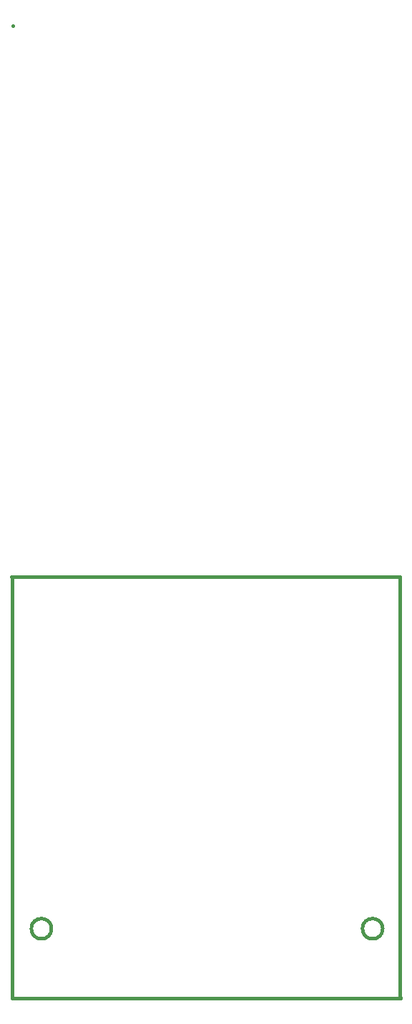
<source format=gbr>
G04 (created by PCBNEW (2013-07-07 BZR 4022)-stable) date 2014-10-22 23:03:19*
%MOIN*%
G04 Gerber Fmt 3.4, Leading zero omitted, Abs format*
%FSLAX34Y34*%
G01*
G70*
G90*
G04 APERTURE LIST*
%ADD10C,0.00393701*%
%ADD11C,0.015*%
G04 APERTURE END LIST*
G54D10*
G54D11*
X49842Y-67440D02*
X49842Y-47834D01*
X67913Y-47834D02*
X67913Y-67440D01*
X67913Y-47834D02*
X49803Y-47834D01*
X67107Y-64213D02*
G75*
G03X67107Y-64213I-473J0D01*
G74*
G01*
X51673Y-64213D02*
G75*
G03X51673Y-64213I-472J0D01*
G74*
G01*
X49862Y-22165D02*
X49882Y-22165D01*
X67933Y-67441D02*
X67933Y-67402D01*
X49862Y-67441D02*
X67933Y-67441D01*
M02*

</source>
